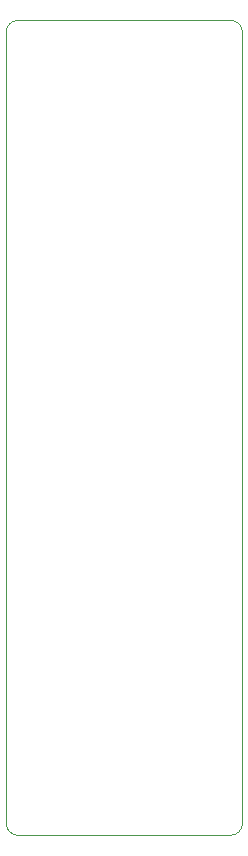
<source format=gbr>
%TF.GenerationSoftware,KiCad,Pcbnew,(6.0.4)*%
%TF.CreationDate,2022-06-04T04:29:55-07:00*%
%TF.ProjectId,pb_orangepi - hori,70625f6f-7261-46e6-9765-7069202d2068,rev?*%
%TF.SameCoordinates,PX9896800PY4d3f640*%
%TF.FileFunction,Profile,NP*%
%FSLAX46Y46*%
G04 Gerber Fmt 4.6, Leading zero omitted, Abs format (unit mm)*
G04 Created by KiCad (PCBNEW (6.0.4)) date 2022-06-04 04:29:55*
%MOMM*%
%LPD*%
G01*
G04 APERTURE LIST*
%TA.AperFunction,Profile*%
%ADD10C,0.050000*%
%TD*%
G04 APERTURE END LIST*
D10*
X19000000Y-69000000D02*
X1000000Y-69000000D01*
X20000000Y-1000000D02*
X20000000Y-68000000D01*
X1000000Y0D02*
X19000000Y0D01*
X0Y-68000000D02*
X0Y-1000000D01*
X19000000Y-69000000D02*
G75*
G03*
X20000000Y-68000000I0J1000000D01*
G01*
X0Y-68000000D02*
G75*
G03*
X1000000Y-69000000I1000000J0D01*
G01*
X1000000Y0D02*
G75*
G03*
X0Y-1000000I0J-1000000D01*
G01*
X20000000Y-1000000D02*
G75*
G03*
X19000000Y0I-1000000J0D01*
G01*
M02*

</source>
